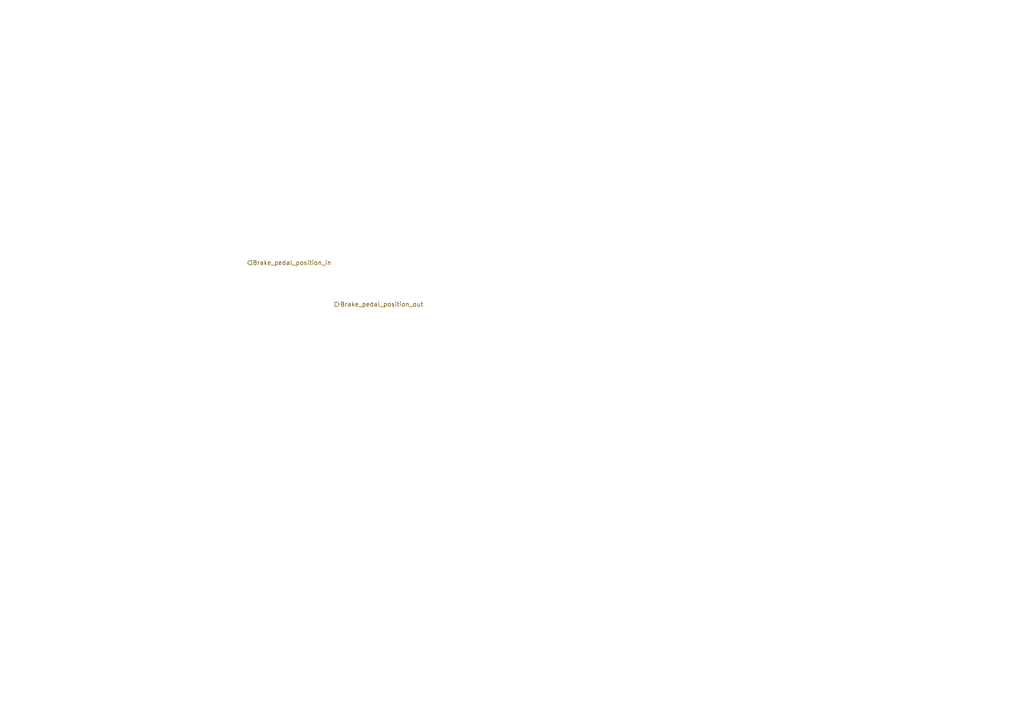
<source format=kicad_sch>
(kicad_sch (version 20230121) (generator eeschema)
  (paper "A4")
  (title_block (title "Brake pedal position sensor") (date "2023-02-24") (rev "${REVISION}") (company "Author: Szymon Kostrubiec") (comment 1 "Reviewer:"))
  (lib_symbols)
  (hierarchical_label "Brake_pedal_position_in" (shape input) (at 71.755 76.2 0))
  (hierarchical_label "Brake_pedal_position_out" (shape output) (at 97.155 88.265 0))
)
</source>
